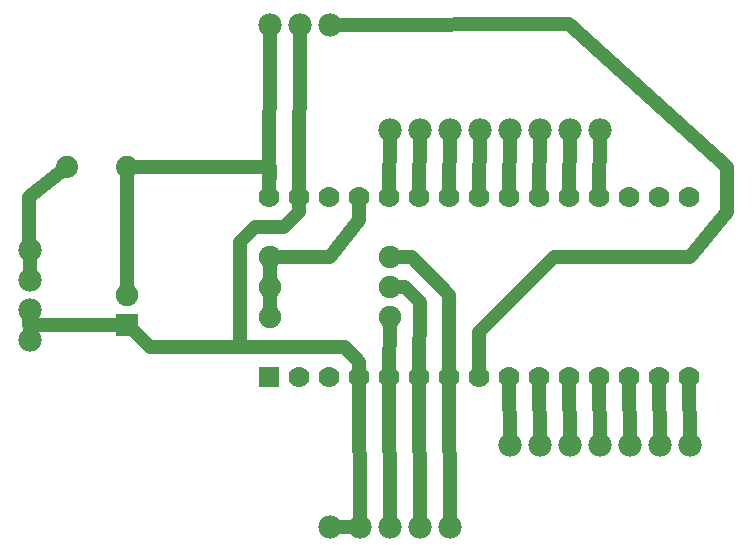
<source format=gbl>
G04 MADE WITH FRITZING*
G04 WWW.FRITZING.ORG*
G04 DOUBLE SIDED*
G04 HOLES PLATED*
G04 CONTOUR ON CENTER OF CONTOUR VECTOR*
%ASAXBY*%
%FSLAX23Y23*%
%MOIN*%
%OFA0B0*%
%SFA1.0B1.0*%
%ADD10C,0.070000*%
%ADD11C,0.078000*%
%ADD12C,0.074000*%
%ADD13C,0.075000*%
%ADD14R,0.070000X0.069972*%
%ADD15R,0.075000X0.075000*%
%ADD16C,0.048000*%
%LNCOPPER0*%
G90*
G70*
G54D10*
X984Y632D03*
X1084Y632D03*
X1184Y632D03*
X1284Y632D03*
X1384Y632D03*
X1484Y632D03*
X1584Y632D03*
X1684Y632D03*
X1784Y632D03*
X1884Y632D03*
X1984Y632D03*
X2084Y632D03*
X2184Y632D03*
X2284Y632D03*
X2384Y632D03*
X984Y1232D03*
X1084Y1232D03*
X1184Y1232D03*
X1284Y1232D03*
X1384Y1232D03*
X1484Y1232D03*
X1584Y1232D03*
X1684Y1232D03*
X1784Y1232D03*
X1884Y1232D03*
X1984Y1232D03*
X2084Y1232D03*
X2184Y1232D03*
X2284Y1232D03*
X2384Y1232D03*
G54D11*
X185Y1057D03*
X185Y957D03*
X185Y857D03*
X185Y757D03*
G54D12*
X310Y1332D03*
X510Y1332D03*
G54D13*
X510Y807D03*
X510Y907D03*
X985Y1032D03*
X1385Y1032D03*
X985Y932D03*
X1385Y932D03*
X985Y832D03*
X1385Y832D03*
G54D11*
X1285Y132D03*
X1385Y132D03*
X1485Y132D03*
X1585Y132D03*
X1285Y132D03*
X1385Y132D03*
X1485Y132D03*
X1585Y132D03*
X985Y1807D03*
X1085Y1807D03*
X1185Y1807D03*
X1385Y1457D03*
X1485Y1457D03*
X1585Y1457D03*
X1685Y1457D03*
X1785Y1457D03*
X1885Y1457D03*
X1985Y1457D03*
X2085Y1457D03*
X1785Y407D03*
X1885Y407D03*
X1985Y407D03*
X2085Y407D03*
X2185Y407D03*
X2285Y407D03*
X2385Y407D03*
X1185Y132D03*
G54D14*
X984Y632D03*
G54D15*
X510Y807D03*
G54D16*
X185Y1038D02*
X185Y976D01*
D02*
X185Y776D02*
X185Y838D01*
D02*
X184Y1232D02*
X297Y1322D01*
D02*
X184Y1076D02*
X184Y1232D01*
D02*
X510Y1316D02*
X510Y925D01*
D02*
X184Y807D02*
X184Y838D01*
D02*
X492Y807D02*
X184Y807D01*
D02*
X1385Y815D02*
X1384Y650D01*
D02*
X985Y950D02*
X985Y1015D01*
D02*
X1436Y932D02*
X1402Y932D01*
D02*
X1485Y882D02*
X1436Y932D01*
D02*
X1484Y650D02*
X1485Y882D01*
D02*
X1584Y906D02*
X1584Y650D01*
D02*
X1402Y1032D02*
X1459Y1031D01*
D02*
X1459Y1031D02*
X1584Y906D01*
D02*
X1284Y1156D02*
X1284Y1214D01*
D02*
X1185Y1031D02*
X1284Y1156D01*
D02*
X1002Y1032D02*
X1185Y1031D01*
D02*
X985Y915D02*
X985Y850D01*
D02*
X1284Y650D02*
X1284Y682D01*
D02*
X1284Y682D02*
X1235Y731D01*
D02*
X1235Y731D02*
X886Y731D01*
D02*
X586Y731D02*
X522Y795D01*
D02*
X886Y731D02*
X586Y731D01*
D02*
X1285Y151D02*
X1284Y614D01*
D02*
X1385Y151D02*
X1384Y614D01*
D02*
X1485Y151D02*
X1484Y614D01*
D02*
X1585Y151D02*
X1584Y614D01*
D02*
X525Y1332D02*
X985Y1331D01*
D02*
X985Y1331D02*
X984Y1250D01*
D02*
X886Y1083D02*
X935Y1133D01*
D02*
X935Y1133D02*
X1034Y1133D01*
D02*
X1084Y1182D02*
X1084Y1214D01*
D02*
X1034Y1133D02*
X1084Y1182D01*
D02*
X886Y731D02*
X886Y1083D01*
D02*
X985Y1788D02*
X984Y1250D01*
D02*
X1084Y1250D02*
X1085Y1788D01*
D02*
X1983Y1808D02*
X2510Y1331D01*
D02*
X2510Y1331D02*
X2510Y1182D01*
D02*
X2385Y1031D02*
X1934Y1031D01*
D02*
X2510Y1182D02*
X2385Y1031D01*
D02*
X1683Y783D02*
X1684Y650D01*
D02*
X1204Y1807D02*
X1983Y1808D01*
D02*
X1934Y1031D02*
X1683Y783D01*
D02*
X1784Y614D02*
X1785Y426D01*
D02*
X1884Y614D02*
X1885Y426D01*
D02*
X1984Y614D02*
X1985Y426D01*
D02*
X2084Y614D02*
X2085Y426D01*
D02*
X2184Y614D02*
X2185Y426D01*
D02*
X2284Y614D02*
X2285Y426D01*
D02*
X2385Y426D02*
X2384Y614D01*
D02*
X1385Y1438D02*
X1384Y1250D01*
D02*
X1485Y1438D02*
X1484Y1250D01*
D02*
X1585Y1438D02*
X1584Y1250D01*
D02*
X1685Y1438D02*
X1684Y1250D01*
D02*
X1785Y1438D02*
X1784Y1250D01*
D02*
X1885Y1438D02*
X1884Y1250D01*
D02*
X1985Y1438D02*
X1984Y1250D01*
D02*
X2085Y1438D02*
X2084Y1250D01*
D02*
X1266Y132D02*
X1204Y132D01*
G04 End of Copper0*
M02*
</source>
